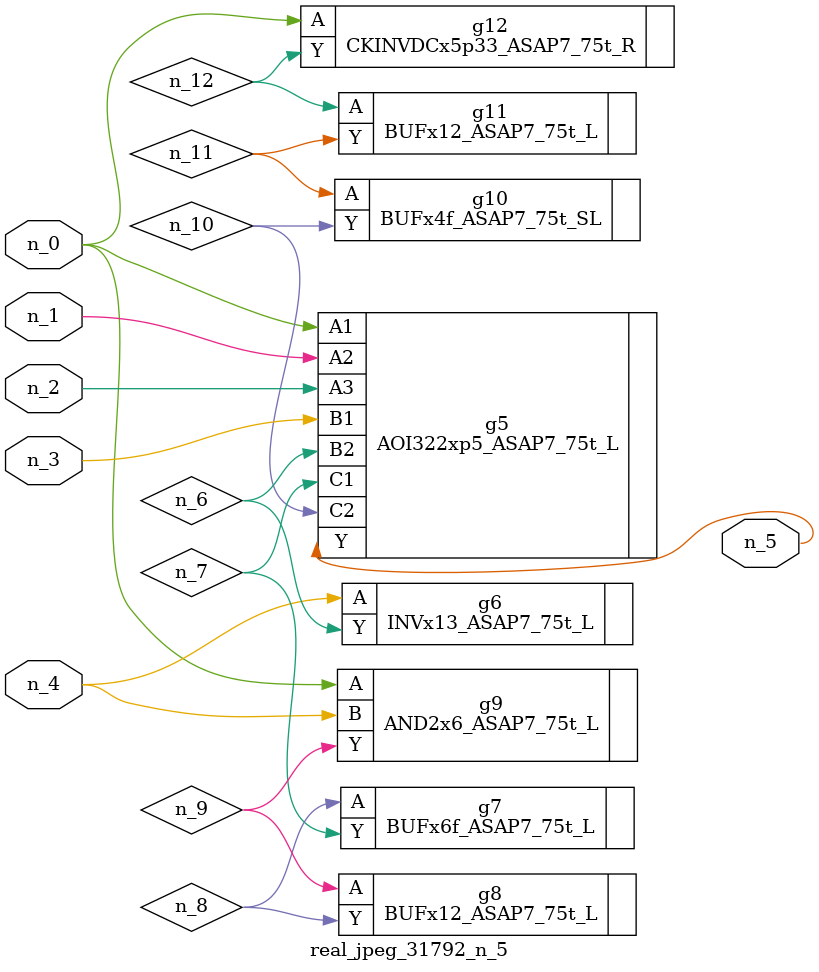
<source format=v>
module real_jpeg_31792_n_5 (n_4, n_0, n_1, n_2, n_3, n_5);

input n_4;
input n_0;
input n_1;
input n_2;
input n_3;

output n_5;

wire n_12;
wire n_8;
wire n_11;
wire n_6;
wire n_7;
wire n_10;
wire n_9;

AOI322xp5_ASAP7_75t_L g5 ( 
.A1(n_0),
.A2(n_1),
.A3(n_2),
.B1(n_3),
.B2(n_6),
.C1(n_7),
.C2(n_10),
.Y(n_5)
);

AND2x6_ASAP7_75t_L g9 ( 
.A(n_0),
.B(n_4),
.Y(n_9)
);

CKINVDCx5p33_ASAP7_75t_R g12 ( 
.A(n_0),
.Y(n_12)
);

INVx13_ASAP7_75t_L g6 ( 
.A(n_4),
.Y(n_6)
);

BUFx6f_ASAP7_75t_L g7 ( 
.A(n_8),
.Y(n_7)
);

BUFx12_ASAP7_75t_L g8 ( 
.A(n_9),
.Y(n_8)
);

BUFx4f_ASAP7_75t_SL g10 ( 
.A(n_11),
.Y(n_10)
);

BUFx12_ASAP7_75t_L g11 ( 
.A(n_12),
.Y(n_11)
);


endmodule
</source>
